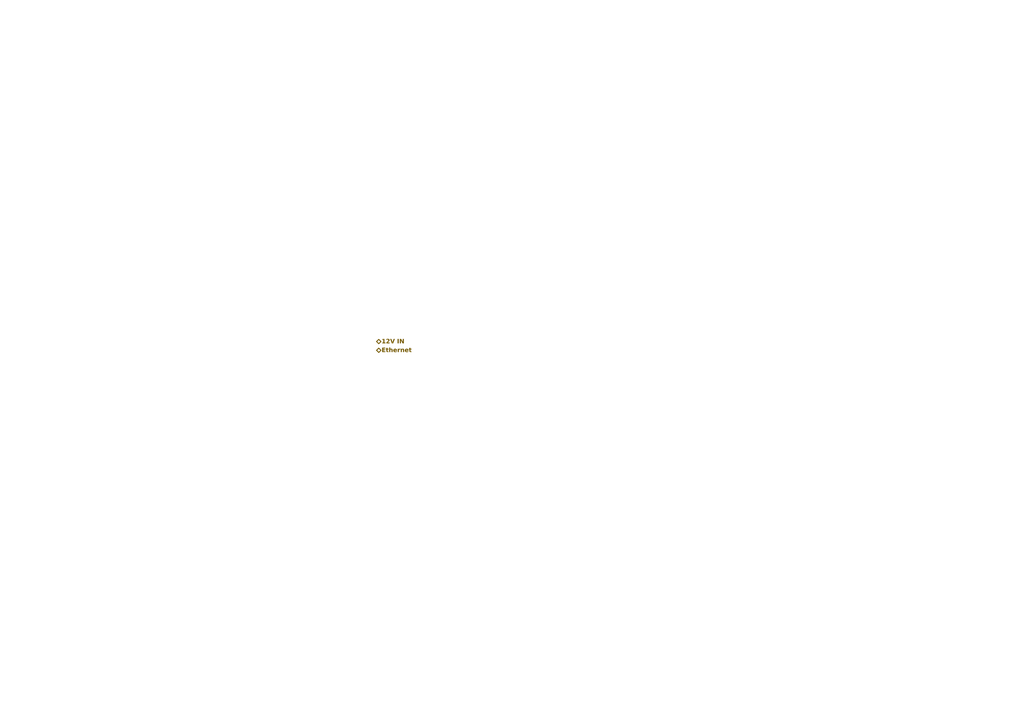
<source format=kicad_sch>
(kicad_sch
	(version 20240101)
	(generator "eeschema")
	(generator_version "8.99")
	(uuid "9656877e-9947-4465-b8a7-40790b2fc774")
	(paper "A4")
	(lib_symbols)
	(hierarchical_label "12V IN"
		(shape bidirectional)
		(at 109.22 99.06 0)
		(fields_autoplaced yes)
		(effects
			(font
				(face "JetBrains Mono")
				(size 1.27 1.27)
				(thickness 0.254)
				(bold yes)
			)
			(justify left)
		)
		(uuid "c3e544e6-278e-443e-8a8a-e653d4b2a8fa")
	)
	(hierarchical_label "Ethernet"
		(shape bidirectional)
		(at 109.22 101.6 0)
		(fields_autoplaced yes)
		(effects
			(font
				(face "JetBrains Mono")
				(size 1.27 1.27)
				(thickness 0.254)
				(bold yes)
			)
			(justify left)
		)
		(uuid "fd01c42b-09ad-4907-a5ed-86f8f215f8c1")
	)
)
</source>
